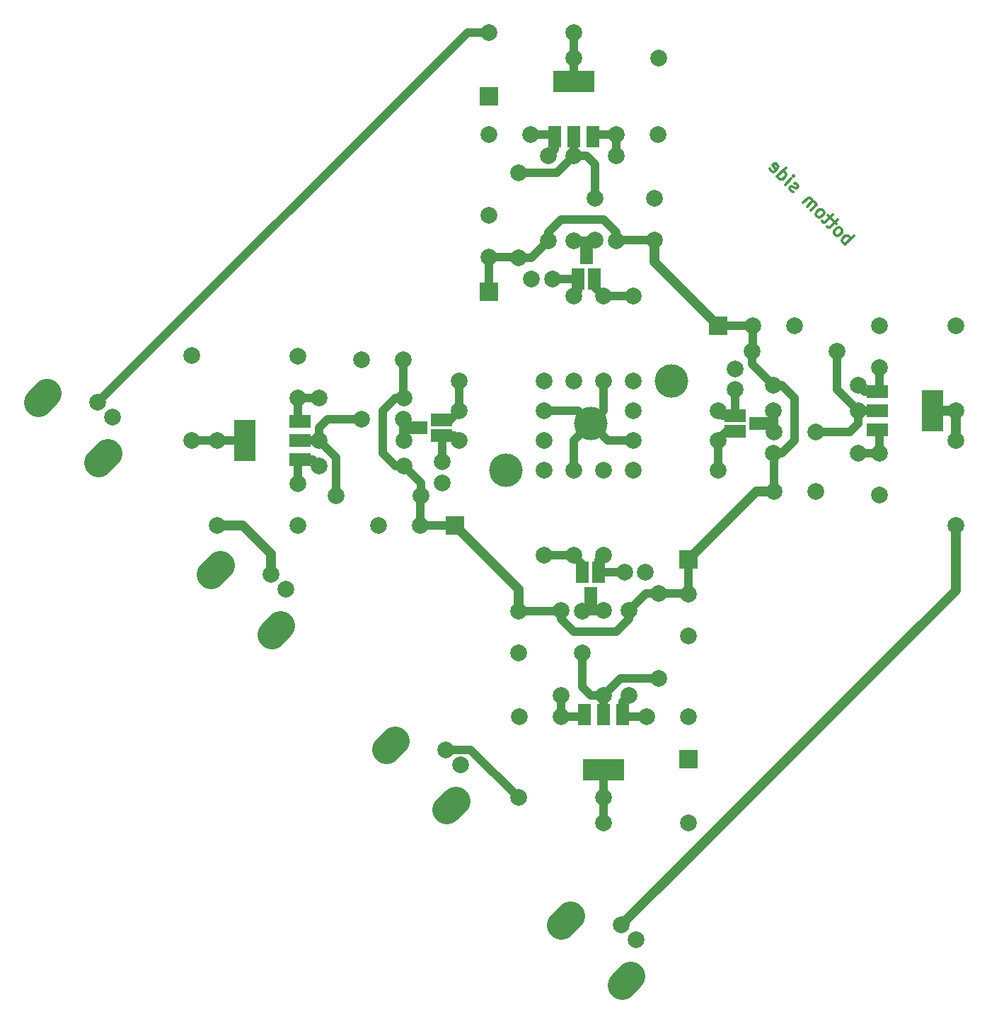
<source format=gbr>
G04 #@! TF.FileFunction,Copper,L2,Bot,Signal*
%FSLAX46Y46*%
G04 Gerber Fmt 4.6, Leading zero omitted, Abs format (unit mm)*
G04 Created by KiCad (PCBNEW 4.0.1-stable) date 24/02/2016 16:46:15*
%MOMM*%
G01*
G04 APERTURE LIST*
%ADD10C,0.100000*%
%ADD11C,0.300000*%
%ADD12C,3.500120*%
%ADD13C,2.000000*%
%ADD14C,4.000000*%
%ADD15C,1.998980*%
%ADD16R,1.500000X2.500000*%
%ADD17R,5.000000X2.500000*%
%ADD18R,2.235200X2.235200*%
%ADD19R,2.500000X1.500000*%
%ADD20R,2.500000X5.000000*%
%ADD21C,1.000000*%
%ADD22C,1.200000*%
G04 APERTURE END LIST*
D10*
D11*
X172188610Y-63420255D02*
X173249271Y-62359595D01*
X172845209Y-62763656D02*
X172794702Y-62612133D01*
X172592672Y-62410102D01*
X172441149Y-62359595D01*
X172340133Y-62359595D01*
X172188610Y-62410102D01*
X171885564Y-62713148D01*
X171835057Y-62864671D01*
X171835057Y-62965687D01*
X171885565Y-63117209D01*
X172087595Y-63319240D01*
X172239118Y-63369747D01*
X171077442Y-62309087D02*
X171228965Y-62359595D01*
X171329981Y-62359595D01*
X171481504Y-62309087D01*
X171784549Y-62006042D01*
X171835056Y-61854519D01*
X171835057Y-61753504D01*
X171784549Y-61601980D01*
X171633027Y-61450457D01*
X171481504Y-61399950D01*
X171380488Y-61399950D01*
X171228965Y-61450457D01*
X170925919Y-61753503D01*
X170875412Y-61905026D01*
X170875412Y-62006042D01*
X170925920Y-62157564D01*
X171077442Y-62309087D01*
X171127950Y-60945381D02*
X170723889Y-60541320D01*
X171329981Y-60440304D02*
X170420843Y-61349442D01*
X170269320Y-61399950D01*
X170117797Y-61349442D01*
X170016782Y-61248426D01*
X170521859Y-60339289D02*
X170117797Y-59935228D01*
X170723889Y-59834213D02*
X169814751Y-60743351D01*
X169663229Y-60793859D01*
X169511706Y-60743350D01*
X169410690Y-60642335D01*
X168905614Y-60137258D02*
X169057137Y-60187767D01*
X169158152Y-60187766D01*
X169309675Y-60137259D01*
X169612721Y-59834214D01*
X169663228Y-59682690D01*
X169663229Y-59581675D01*
X169612721Y-59430152D01*
X169461198Y-59278629D01*
X169309675Y-59228122D01*
X169208659Y-59228122D01*
X169057136Y-59278629D01*
X168754091Y-59581675D01*
X168703584Y-59733198D01*
X168703584Y-59834214D01*
X168754092Y-59985736D01*
X168905614Y-60137258D01*
X168097492Y-59329136D02*
X168804599Y-58622030D01*
X168703583Y-58723045D02*
X168703584Y-58622030D01*
X168653076Y-58470507D01*
X168501553Y-58318984D01*
X168350030Y-58268477D01*
X168198507Y-58318984D01*
X167642924Y-58874568D01*
X168198507Y-58318984D02*
X168249014Y-58167461D01*
X168198507Y-58015938D01*
X168046985Y-57864416D01*
X167895461Y-57813908D01*
X167743939Y-57864416D01*
X167188355Y-58419999D01*
X165976172Y-57106802D02*
X165824649Y-57056294D01*
X165622618Y-56854263D01*
X165572110Y-56702740D01*
X165622618Y-56551218D01*
X165673126Y-56500710D01*
X165824649Y-56450202D01*
X165976172Y-56500709D01*
X166127695Y-56652232D01*
X166279217Y-56702740D01*
X166430740Y-56652233D01*
X166481248Y-56601725D01*
X166531755Y-56450202D01*
X166481248Y-56298679D01*
X166329725Y-56147156D01*
X166178202Y-56096649D01*
X165016527Y-56248171D02*
X165723633Y-55541064D01*
X166077187Y-55187511D02*
X166077187Y-55288527D01*
X165976171Y-55288527D01*
X165976172Y-55187512D01*
X166077187Y-55187511D01*
X165976171Y-55288527D01*
X164056882Y-55288526D02*
X165117542Y-54227866D01*
X164107389Y-55238019D02*
X164157897Y-55389541D01*
X164359927Y-55591571D01*
X164511450Y-55642080D01*
X164612465Y-55642079D01*
X164763988Y-55591572D01*
X165067034Y-55288527D01*
X165117541Y-55137004D01*
X165117542Y-55035988D01*
X165067034Y-54884465D01*
X164865004Y-54682434D01*
X164713481Y-54631927D01*
X163198252Y-54328882D02*
X163248760Y-54480404D01*
X163450790Y-54682434D01*
X163602312Y-54732942D01*
X163753836Y-54682435D01*
X164157897Y-54278374D01*
X164208404Y-54126851D01*
X164157897Y-53975328D01*
X163955867Y-53773297D01*
X163804343Y-53722790D01*
X163652820Y-53773297D01*
X163551805Y-53874312D01*
X163955867Y-54480404D01*
D12*
X82842797Y-89466553D02*
X83904263Y-88405087D01*
X75631651Y-82255407D02*
X76693117Y-81193941D01*
D13*
X82784425Y-82315575D03*
X84551739Y-84082890D03*
D12*
X103543797Y-110040553D02*
X104605263Y-108979087D01*
X96332651Y-102829407D02*
X97394117Y-101767941D01*
D13*
X103485425Y-102889575D03*
X105252739Y-104656890D03*
D12*
X145453797Y-151950553D02*
X146515263Y-150889087D01*
X138242651Y-144739407D02*
X139304117Y-143677941D01*
D13*
X145395425Y-144799575D03*
X147162739Y-146566890D03*
D12*
X124498797Y-130995553D02*
X125560263Y-129934087D01*
X117287651Y-123784407D02*
X118349117Y-122722941D01*
D13*
X124440425Y-123844575D03*
X126207739Y-125611890D03*
D14*
X151384000Y-79756000D03*
X131572000Y-90424000D03*
X141732000Y-84836000D03*
D13*
X176276000Y-88392000D03*
X176276000Y-93392000D03*
X114300000Y-77216000D03*
X119300000Y-77216000D03*
X159004000Y-80772000D03*
X159004000Y-78272000D03*
X168656000Y-85852000D03*
X163656000Y-85852000D03*
X140716000Y-112268000D03*
X140716000Y-107268000D03*
D15*
X143256000Y-132588000D03*
X153416000Y-132588000D03*
D13*
X153416000Y-110236000D03*
X153416000Y-105236000D03*
X153416000Y-119888000D03*
X148416000Y-119888000D03*
X133096000Y-112268000D03*
X133096000Y-107268000D03*
X145796000Y-102616000D03*
X148296000Y-102616000D03*
X138176000Y-119888000D03*
X133176000Y-119888000D03*
D16*
X140782000Y-102638860D03*
X142682000Y-102638860D03*
X141732000Y-105641140D03*
D15*
X133096000Y-129540000D03*
X143256000Y-129540000D03*
X146304000Y-107188000D03*
X146304000Y-117348000D03*
X138176000Y-107188000D03*
X138176000Y-117348000D03*
X143256000Y-100584000D03*
X143256000Y-90424000D03*
X143256000Y-117348000D03*
X143256000Y-107188000D03*
X149860000Y-105156000D03*
X149860000Y-115316000D03*
D17*
X143256000Y-126238000D03*
D16*
X143256000Y-119634000D03*
X145542000Y-119634000D03*
X140970000Y-119634000D03*
D15*
X136144000Y-100584000D03*
X136144000Y-90424000D03*
X139700000Y-100584000D03*
X139700000Y-90424000D03*
D18*
X153416000Y-101092000D03*
D13*
X114300000Y-84328000D03*
X119300000Y-84328000D03*
X123952000Y-89408000D03*
X123952000Y-91908000D03*
X168656000Y-92964000D03*
X163656000Y-92964000D03*
X106680000Y-81788000D03*
X106680000Y-76788000D03*
X176276000Y-73152000D03*
X176276000Y-78152000D03*
X166116000Y-73152000D03*
X161116000Y-73152000D03*
X106680000Y-97028000D03*
X106680000Y-92028000D03*
X129540000Y-59944000D03*
X129540000Y-64944000D03*
X142240000Y-57912000D03*
X142240000Y-62912000D03*
X137160000Y-67564000D03*
X134660000Y-67564000D03*
X149352000Y-57912000D03*
X149352000Y-62912000D03*
X144780000Y-50292000D03*
X149780000Y-50292000D03*
X129540000Y-50292000D03*
X134540000Y-50292000D03*
X116332000Y-97028000D03*
X121332000Y-97028000D03*
D18*
X129540000Y-69088000D03*
X125476000Y-97028000D03*
X153416000Y-124968000D03*
X156972000Y-73152000D03*
X129540000Y-45720000D03*
D19*
X159026860Y-85786000D03*
X159026860Y-83886000D03*
X162029140Y-84836000D03*
X123929140Y-84394000D03*
X123929140Y-86294000D03*
X120926860Y-85344000D03*
D20*
X182626000Y-83312000D03*
D19*
X176022000Y-83312000D03*
X176022000Y-81026000D03*
X176022000Y-85598000D03*
D20*
X100330000Y-86868000D03*
D19*
X106934000Y-86868000D03*
X106934000Y-89154000D03*
X106934000Y-84582000D03*
D16*
X142174000Y-67541140D03*
X140274000Y-67541140D03*
X141224000Y-64538860D03*
D17*
X139700000Y-43942000D03*
D16*
X139700000Y-50546000D03*
X137414000Y-50546000D03*
X141986000Y-50546000D03*
D15*
X156972000Y-86868000D03*
X146812000Y-86868000D03*
X156972000Y-90424000D03*
X146812000Y-90424000D03*
X125984000Y-83312000D03*
X136144000Y-83312000D03*
X161036000Y-76200000D03*
X171196000Y-76200000D03*
X173736000Y-83312000D03*
X163576000Y-83312000D03*
X156972000Y-83312000D03*
X146812000Y-83312000D03*
X125984000Y-79756000D03*
X136144000Y-79756000D03*
X121412000Y-93472000D03*
X111252000Y-93472000D03*
X109220000Y-86868000D03*
X119380000Y-86868000D03*
X125984000Y-86868000D03*
X136144000Y-86868000D03*
X163576000Y-88392000D03*
X173736000Y-88392000D03*
X185420000Y-83312000D03*
X185420000Y-73152000D03*
X163576000Y-80264000D03*
X173736000Y-80264000D03*
X185420000Y-97028000D03*
X185420000Y-86868000D03*
X119380000Y-81788000D03*
X109220000Y-81788000D03*
D13*
X93980000Y-86868000D03*
X93980000Y-76708000D03*
D15*
X119380000Y-89916000D03*
X109220000Y-89916000D03*
X97028000Y-97028000D03*
X97028000Y-86868000D03*
X143256000Y-69596000D03*
X143256000Y-79756000D03*
X146812000Y-69596000D03*
X146812000Y-79756000D03*
X133096000Y-65024000D03*
X133096000Y-54864000D03*
X139700000Y-52832000D03*
X139700000Y-62992000D03*
X139700000Y-69596000D03*
X139700000Y-79756000D03*
X144780000Y-62992000D03*
X144780000Y-52832000D03*
X139700000Y-41148000D03*
X149860000Y-41148000D03*
X136652000Y-62992000D03*
X136652000Y-52832000D03*
X129540000Y-38100000D03*
X139700000Y-38100000D03*
D21*
X146812000Y-86868000D02*
X143764000Y-86868000D01*
X143764000Y-86868000D02*
X141732000Y-84836000D01*
X143256000Y-79756000D02*
X143256000Y-83312000D01*
X143256000Y-83312000D02*
X141732000Y-84836000D01*
X136144000Y-83312000D02*
X140208000Y-83312000D01*
X140208000Y-83312000D02*
X141732000Y-84836000D01*
X139700000Y-90424000D02*
X139700000Y-86868000D01*
X139700000Y-86868000D02*
X141732000Y-84836000D01*
X149860000Y-115316000D02*
X145288000Y-115316000D01*
X145288000Y-115316000D02*
X143256000Y-117348000D01*
X140716000Y-112268000D02*
X140716000Y-116332000D01*
X141732000Y-117348000D02*
X143256000Y-117348000D01*
X140716000Y-116332000D02*
X141732000Y-117348000D01*
X143256000Y-117348000D02*
X143256000Y-119634000D01*
X141732000Y-105641140D02*
X141732000Y-107268000D01*
X140716000Y-107268000D02*
X141732000Y-107268000D01*
X141732000Y-107268000D02*
X143176000Y-107268000D01*
X143176000Y-107268000D02*
X143256000Y-107188000D01*
X142682000Y-102638860D02*
X145773140Y-102638860D01*
X145773140Y-102638860D02*
X145796000Y-102616000D01*
X142682000Y-102638860D02*
X142682000Y-101158000D01*
X142682000Y-101158000D02*
X143256000Y-100584000D01*
D22*
X149352000Y-62912000D02*
X149352000Y-65532000D01*
X149352000Y-65532000D02*
X156972000Y-73152000D01*
X163656000Y-92964000D02*
X161544000Y-92964000D01*
X161544000Y-92964000D02*
X153416000Y-101092000D01*
X133096000Y-107268000D02*
X133096000Y-104648000D01*
X133096000Y-104648000D02*
X125476000Y-97028000D01*
D21*
X136652000Y-62992000D02*
X136652000Y-61976000D01*
X144780000Y-61976000D02*
X144780000Y-62992000D01*
X143256000Y-60452000D02*
X144780000Y-61976000D01*
X138176000Y-60452000D02*
X143256000Y-60452000D01*
X136652000Y-61976000D02*
X138176000Y-60452000D01*
X163576000Y-88392000D02*
X164592000Y-88392000D01*
X164592000Y-80264000D02*
X163576000Y-80264000D01*
X166116000Y-81788000D02*
X164592000Y-80264000D01*
X166116000Y-86868000D02*
X166116000Y-81788000D01*
X164592000Y-88392000D02*
X166116000Y-86868000D01*
X119380000Y-89916000D02*
X118364000Y-89916000D01*
X118364000Y-81788000D02*
X119380000Y-81788000D01*
X116840000Y-83312000D02*
X118364000Y-81788000D01*
X116840000Y-88392000D02*
X116840000Y-83312000D01*
X118364000Y-89916000D02*
X116840000Y-88392000D01*
X161036000Y-76200000D02*
X161036000Y-77724000D01*
X161036000Y-77724000D02*
X163576000Y-80264000D01*
X121412000Y-93472000D02*
X121412000Y-91948000D01*
X121412000Y-91948000D02*
X119380000Y-89916000D01*
X149860000Y-105156000D02*
X148336000Y-105156000D01*
X148336000Y-105156000D02*
X146304000Y-107188000D01*
X133096000Y-65024000D02*
X134620000Y-65024000D01*
X134620000Y-65024000D02*
X136652000Y-62992000D01*
X121332000Y-97028000D02*
X121332000Y-93552000D01*
X121332000Y-93552000D02*
X121412000Y-93472000D01*
X129540000Y-64944000D02*
X133016000Y-64944000D01*
X133016000Y-64944000D02*
X133096000Y-65024000D01*
X129540000Y-64944000D02*
X129540000Y-69088000D01*
X161116000Y-73152000D02*
X161116000Y-76120000D01*
X161116000Y-76120000D02*
X161036000Y-76200000D01*
X161116000Y-73152000D02*
X156972000Y-73152000D01*
X121332000Y-97028000D02*
X125476000Y-97028000D01*
X153416000Y-105236000D02*
X153416000Y-101092000D01*
X119300000Y-77216000D02*
X119300000Y-81708000D01*
X119300000Y-81708000D02*
X119380000Y-81788000D01*
X163656000Y-92964000D02*
X163656000Y-88472000D01*
X163656000Y-88472000D02*
X163576000Y-88392000D01*
X149352000Y-62912000D02*
X144860000Y-62912000D01*
X144860000Y-62912000D02*
X144780000Y-62992000D01*
X149860000Y-105156000D02*
X153336000Y-105156000D01*
X153336000Y-105156000D02*
X153416000Y-105236000D01*
X138176000Y-107188000D02*
X138176000Y-108204000D01*
X138176000Y-108204000D02*
X139700000Y-109728000D01*
X139700000Y-109728000D02*
X144780000Y-109728000D01*
X144780000Y-109728000D02*
X146304000Y-108204000D01*
X146304000Y-108204000D02*
X146304000Y-107188000D01*
X133096000Y-107268000D02*
X138096000Y-107268000D01*
X138096000Y-107268000D02*
X138176000Y-107188000D01*
X138176000Y-117348000D02*
X138176000Y-119888000D01*
X138176000Y-119888000D02*
X140716000Y-119888000D01*
X140716000Y-119888000D02*
X140970000Y-119634000D01*
X145542000Y-119634000D02*
X145542000Y-118110000D01*
X145542000Y-118110000D02*
X146304000Y-117348000D01*
X148416000Y-119888000D02*
X145796000Y-119888000D01*
X145796000Y-119888000D02*
X145542000Y-119634000D01*
X139700000Y-100584000D02*
X136144000Y-100584000D01*
X140782000Y-102638860D02*
X140782000Y-101666000D01*
X140782000Y-101666000D02*
X139700000Y-100584000D01*
X143256000Y-129540000D02*
X143256000Y-132588000D01*
X143256000Y-126238000D02*
X143256000Y-129540000D01*
X171196000Y-76200000D02*
X171196000Y-80772000D01*
X171196000Y-80772000D02*
X173736000Y-83312000D01*
X168656000Y-85852000D02*
X172720000Y-85852000D01*
X173736000Y-84836000D02*
X173736000Y-83312000D01*
X172720000Y-85852000D02*
X173736000Y-84836000D01*
X176022000Y-83312000D02*
X173736000Y-83312000D01*
X162029140Y-84836000D02*
X163656000Y-84836000D01*
X163656000Y-85852000D02*
X163656000Y-84836000D01*
X163656000Y-84836000D02*
X163656000Y-83392000D01*
X163656000Y-83392000D02*
X163576000Y-83312000D01*
X159026860Y-83886000D02*
X157546000Y-83886000D01*
X157546000Y-83886000D02*
X156972000Y-83312000D01*
X159004000Y-80772000D02*
X159004000Y-83863140D01*
X159004000Y-83863140D02*
X159026860Y-83886000D01*
X176276000Y-88392000D02*
X173736000Y-88392000D01*
X176276000Y-88392000D02*
X176276000Y-85852000D01*
X176276000Y-85852000D02*
X176022000Y-85598000D01*
X111252000Y-93472000D02*
X111252000Y-88900000D01*
X111252000Y-88900000D02*
X109220000Y-86868000D01*
X114300000Y-84328000D02*
X110236000Y-84328000D01*
X109220000Y-85344000D02*
X109220000Y-86868000D01*
X110236000Y-84328000D02*
X109220000Y-85344000D01*
X106934000Y-86868000D02*
X109220000Y-86868000D01*
X120926860Y-85344000D02*
X119300000Y-85344000D01*
X119300000Y-84328000D02*
X119300000Y-85344000D01*
X119300000Y-85344000D02*
X119300000Y-86788000D01*
X119300000Y-86788000D02*
X119380000Y-86868000D01*
X123929140Y-86294000D02*
X125410000Y-86294000D01*
X125410000Y-86294000D02*
X125984000Y-86868000D01*
X123952000Y-89408000D02*
X123952000Y-86316860D01*
X123952000Y-86316860D02*
X123929140Y-86294000D01*
X106680000Y-81788000D02*
X109220000Y-81788000D01*
X106680000Y-81788000D02*
X106680000Y-84328000D01*
X106680000Y-84328000D02*
X106934000Y-84582000D01*
X176276000Y-78152000D02*
X176276000Y-80772000D01*
X176276000Y-80772000D02*
X176022000Y-81026000D01*
X176022000Y-81026000D02*
X174498000Y-81026000D01*
X174498000Y-81026000D02*
X173736000Y-80264000D01*
X106680000Y-92028000D02*
X106680000Y-89408000D01*
X106680000Y-89408000D02*
X106934000Y-89154000D01*
X106934000Y-89154000D02*
X108458000Y-89154000D01*
X108458000Y-89154000D02*
X109220000Y-89916000D01*
X133096000Y-54864000D02*
X137668000Y-54864000D01*
X137668000Y-54864000D02*
X139700000Y-52832000D01*
X142240000Y-57912000D02*
X142240000Y-53848000D01*
X141224000Y-52832000D02*
X139700000Y-52832000D01*
X142240000Y-53848000D02*
X141224000Y-52832000D01*
X139700000Y-50546000D02*
X139700000Y-52832000D01*
X141224000Y-64538860D02*
X141224000Y-62992000D01*
X139700000Y-62992000D02*
X141224000Y-62992000D01*
X141224000Y-62992000D02*
X142160000Y-62992000D01*
X142160000Y-62992000D02*
X142240000Y-62912000D01*
X140274000Y-67541140D02*
X140274000Y-69022000D01*
X140274000Y-69022000D02*
X139700000Y-69596000D01*
X137160000Y-67564000D02*
X140251140Y-67564000D01*
X140251140Y-67564000D02*
X140274000Y-67541140D01*
X144780000Y-50292000D02*
X144780000Y-52832000D01*
X144780000Y-50292000D02*
X142240000Y-50292000D01*
X142240000Y-50292000D02*
X141986000Y-50546000D01*
X134540000Y-50292000D02*
X137160000Y-50292000D01*
X137160000Y-50292000D02*
X137414000Y-50546000D01*
X137414000Y-50546000D02*
X137414000Y-52070000D01*
X137414000Y-52070000D02*
X136652000Y-52832000D01*
X124440425Y-123844575D02*
X127400575Y-123844575D01*
X127400575Y-123844575D02*
X133096000Y-129540000D01*
D22*
X185420000Y-97028000D02*
X185420000Y-104775000D01*
X185420000Y-104775000D02*
X145395425Y-144799575D01*
X145395425Y-144799575D02*
X145395425Y-144672575D01*
X97028000Y-97028000D02*
X100076000Y-97028000D01*
X103485425Y-100437425D02*
X103485425Y-102889575D01*
X100076000Y-97028000D02*
X103485425Y-100437425D01*
D21*
X129540000Y-38100000D02*
X127000000Y-38100000D01*
X127000000Y-38100000D02*
X82784425Y-82315575D01*
X129540000Y-38100000D02*
X128905000Y-38100000D01*
X156972000Y-86868000D02*
X156972000Y-90424000D01*
X159026860Y-85786000D02*
X158054000Y-85786000D01*
X158054000Y-85786000D02*
X156972000Y-86868000D01*
X125984000Y-83312000D02*
X125984000Y-79756000D01*
X123929140Y-84394000D02*
X124902000Y-84394000D01*
X124902000Y-84394000D02*
X125984000Y-83312000D01*
D22*
X185420000Y-83312000D02*
X182626000Y-83312000D01*
X185420000Y-86868000D02*
X185420000Y-83312000D01*
D21*
X97028000Y-86868000D02*
X96012000Y-86868000D01*
X96012000Y-86868000D02*
X93980000Y-86868000D01*
X97028000Y-86868000D02*
X100330000Y-86868000D01*
X143256000Y-69596000D02*
X146812000Y-69596000D01*
X142174000Y-67541140D02*
X142174000Y-68514000D01*
X142174000Y-68514000D02*
X143256000Y-69596000D01*
X139700000Y-43942000D02*
X139700000Y-40640000D01*
X139700000Y-38100000D02*
X139700000Y-40640000D01*
M02*

</source>
